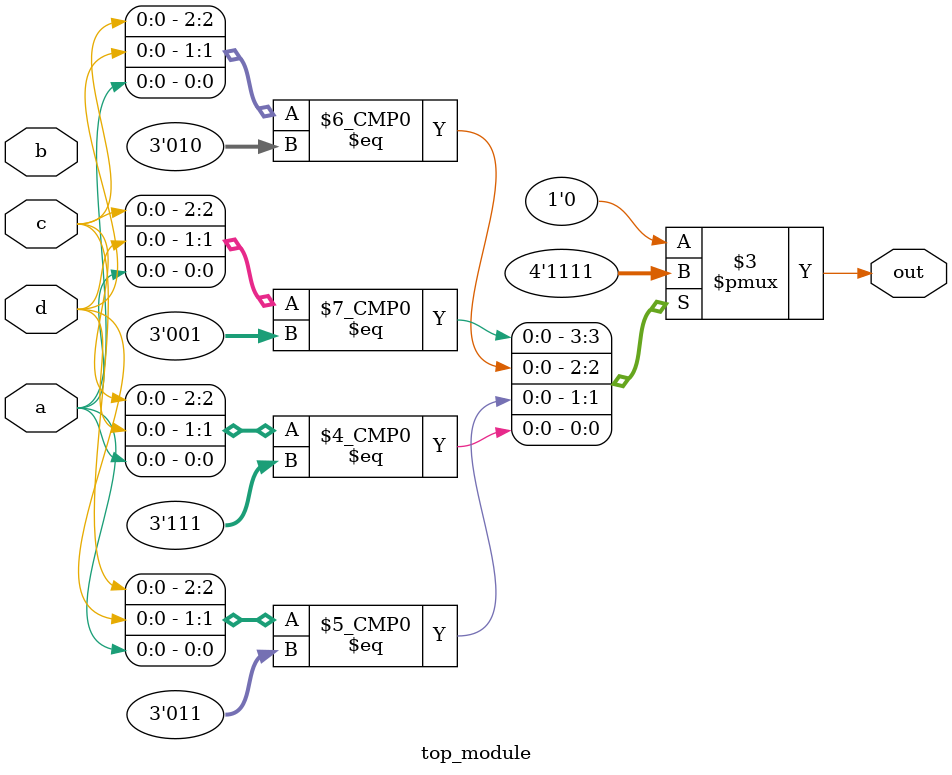
<source format=sv>
module top_module (
	input a, 
	input b,
	input c,
	input d,
	output reg out
);

	always @(*) begin
		case ({c, d, a})
			3'b001: out = 1;
			3'b010: out = 1;
			3'b011: out = 1;
			3'b111: out = 1;
			default: out = 0;
		endcase
	end

endmodule

</source>
